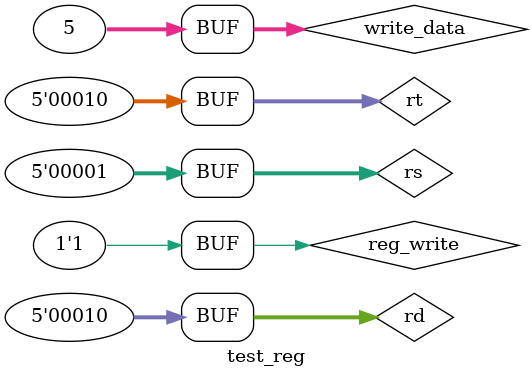
<source format=v>
`timescale 1ns / 1ps


module test_reg;

	// Inputs
	reg reg_write;
	reg [4:0] rs;
	reg [4:0] rt;
	reg [4:0] rd;
	reg [31:0] write_data;
	reg [31:0]register[0:4];
	
	integer i;

	// Outputs
	wire [31:0] A;
	wire [31:0] B;

	// Instantiate the Unit Under Test (UUT)
	register_file uut (
		.reg_write(reg_write), 
		.rs(rs), 
		.rt(rt), 
		.rd(rd), 
		.write_data(write_data), 
		.A(A), 
		.B(B)
	);

	initial begin
		// Initialize Inputs
		register[0] <= 'h002300AA;
		register[1] <= 'h10654321;
		register[2] <= 'h00100022;
		
			
		
		// 2ns delay
		#2 
		begin
		reg_write = 1;
		rs = 1;
		rt = 2;
		rd = 2;
		write_data = 5;
		end
	
		
	end
	
	always@*
	begin 
	#3 $display("Time = %0d\t rs =%0h\t rt=%0h\t rd=%0h\t write_data=%0h\t register[rd] =%0h\t  A=%0h\t B=%1h\t", $time, rs, rt, rd, write_data,register[rd], A, B);
	
	end
      
      
endmodule


</source>
